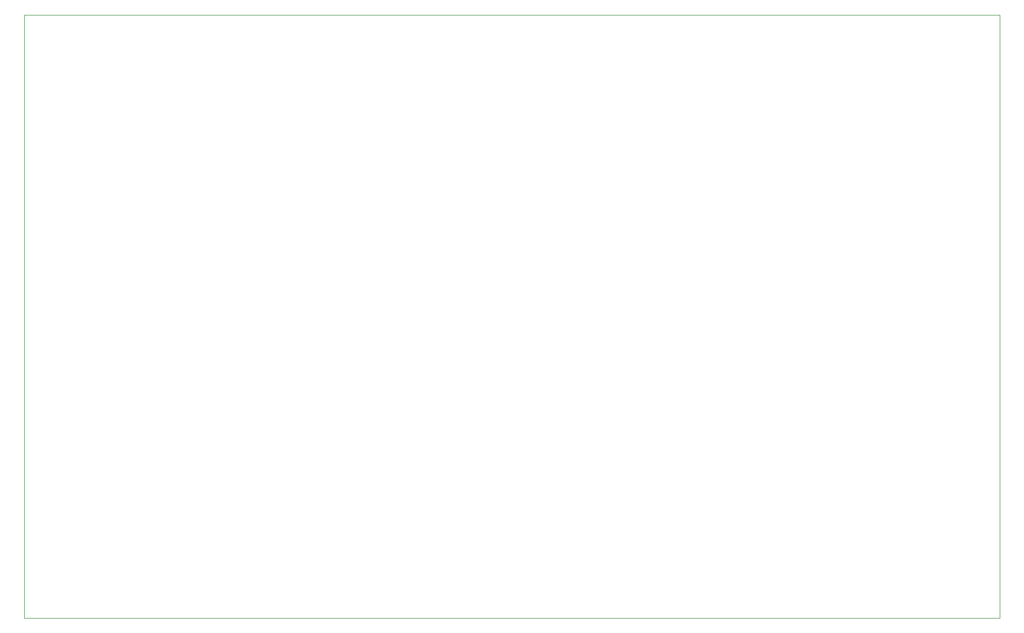
<source format=gm1>
G04 #@! TF.FileFunction,Profile,NP*
%FSLAX46Y46*%
G04 Gerber Fmt 4.6, Leading zero omitted, Abs format (unit mm)*
G04 Created by KiCad (PCBNEW 4.0.6-e0-6349~53~ubuntu14.04.1) date Wed May 31 15:55:15 2017*
%MOMM*%
%LPD*%
G01*
G04 APERTURE LIST*
%ADD10C,0.100000*%
%ADD11C,0.002540*%
G04 APERTURE END LIST*
D10*
D11*
X16510000Y-44450000D02*
X16510000Y-143510000D01*
X16510000Y-143510000D02*
X176530000Y-143510000D01*
X176530000Y-44450000D02*
X176530000Y-143510000D01*
X16510000Y-44450000D02*
X176530000Y-44450000D01*
M02*

</source>
